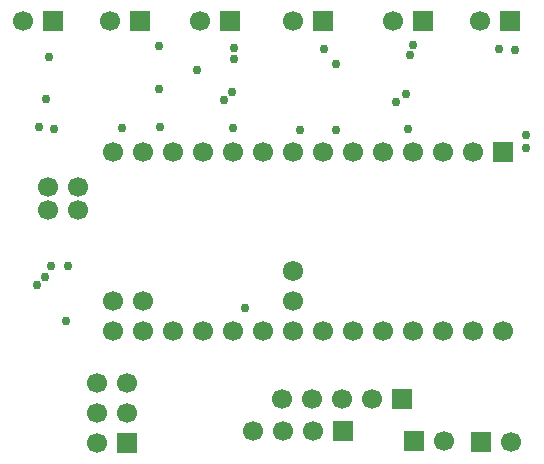
<source format=gbs>
G04 Layer_Color=16711935*
%FSLAX25Y25*%
%MOIN*%
G70*
G01*
G75*
%ADD44R,0.06693X0.06693*%
%ADD45C,0.06693*%
%ADD46R,0.06693X0.06693*%
%ADD47C,0.06787*%
%ADD48C,0.02953*%
D44*
X146063Y353937D02*
D03*
X271201Y450984D02*
D03*
D45*
X136063Y353937D02*
D03*
X146063Y363937D02*
D03*
X136063D02*
D03*
X146063Y373937D02*
D03*
X136063D02*
D03*
X129626Y439325D02*
D03*
X119626D02*
D03*
X129626Y431693D02*
D03*
X119626D02*
D03*
X197795Y368504D02*
D03*
X207795D02*
D03*
X217795D02*
D03*
X227795D02*
D03*
X251752Y354528D02*
D03*
X274094Y354232D02*
D03*
X111350Y494488D02*
D03*
X263811D02*
D03*
X234776D02*
D03*
X201508Y494685D02*
D03*
X170405D02*
D03*
X140386Y494488D02*
D03*
X141201Y391142D02*
D03*
X151201D02*
D03*
X161201D02*
D03*
X171201D02*
D03*
X181201D02*
D03*
X191201D02*
D03*
X201201D02*
D03*
X211201D02*
D03*
X221201D02*
D03*
X231201D02*
D03*
X241201D02*
D03*
X251201D02*
D03*
X261201D02*
D03*
X271201D02*
D03*
X141201Y450984D02*
D03*
X151201D02*
D03*
X161201D02*
D03*
X171201D02*
D03*
X181201D02*
D03*
X191201D02*
D03*
X201201D02*
D03*
X211201D02*
D03*
X221201D02*
D03*
X231201D02*
D03*
X241201D02*
D03*
X251201D02*
D03*
X261201D02*
D03*
X207913Y357776D02*
D03*
X197913D02*
D03*
X187913D02*
D03*
X201201Y401142D02*
D03*
X141201D02*
D03*
X151201D02*
D03*
D46*
X237795Y368504D02*
D03*
X241752Y354528D02*
D03*
X264094Y354232D02*
D03*
X121350Y494488D02*
D03*
X273811D02*
D03*
X244776D02*
D03*
X211508Y494685D02*
D03*
X180405D02*
D03*
X150386Y494488D02*
D03*
X217913Y357776D02*
D03*
D47*
X201201Y411142D02*
D03*
D48*
X118988Y468469D02*
D03*
X239571Y458452D02*
D03*
X116626Y459216D02*
D03*
X185433Y398917D02*
D03*
X119973Y482543D02*
D03*
X241429Y486579D02*
D03*
X181783Y485693D02*
D03*
X169480Y478114D02*
D03*
X211705Y485398D02*
D03*
X203732Y458134D02*
D03*
X275287Y484807D02*
D03*
X279134Y452362D02*
D03*
X240248Y483134D02*
D03*
X270169Y485102D02*
D03*
X181783Y481854D02*
D03*
X178191Y468222D02*
D03*
X156783Y471815D02*
D03*
X156587Y486087D02*
D03*
X121843Y458429D02*
D03*
X156882Y459118D02*
D03*
X144480Y458823D02*
D03*
X215642Y480181D02*
D03*
X215839Y458232D02*
D03*
X181488Y458823D02*
D03*
X239178Y470240D02*
D03*
X235819Y467681D02*
D03*
X181095Y470831D02*
D03*
X278951Y456617D02*
D03*
X118595Y409268D02*
D03*
X126378Y412992D02*
D03*
X120669D02*
D03*
X125689Y394587D02*
D03*
X115945Y406496D02*
D03*
M02*

</source>
